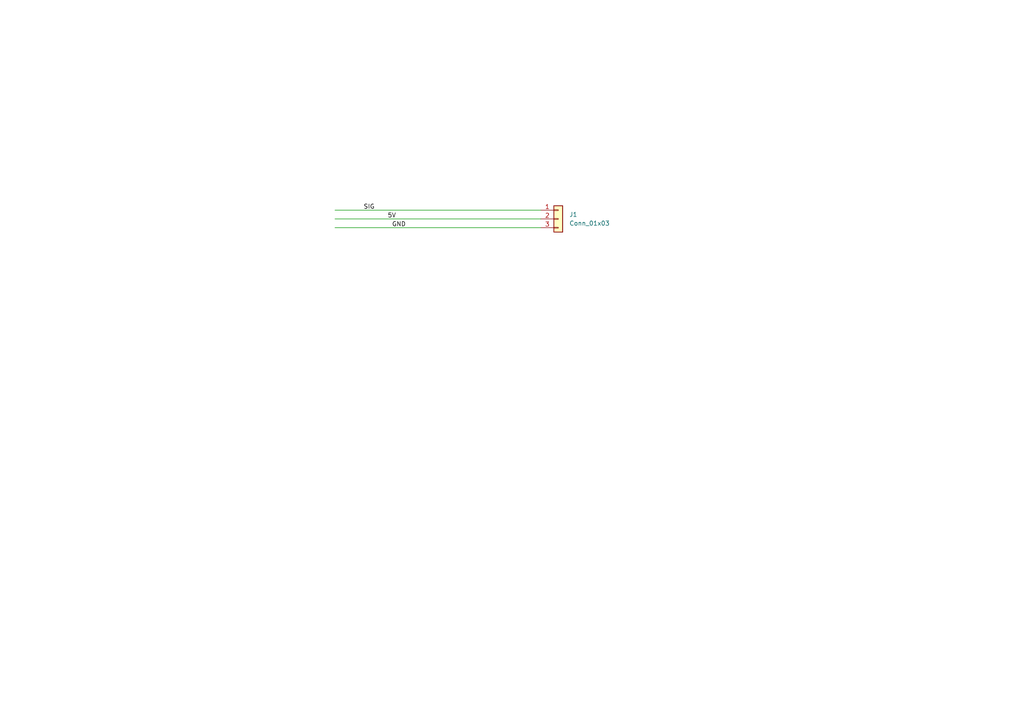
<source format=kicad_sch>
(kicad_sch (version 20211123) (generator eeschema)
  (paper "A4")
  (lib_symbols
    (symbol "Connector_Generic:Conn_01x03" (pin_names (offset 1.016) hide)
      (property "Reference" "J" (at 0 5.08 0))
      (property "Value" "Conn_01x03" (at 0 -5.08 0))
      (symbol "Conn_01x03_1_1"
        (rectangle (start -1.27 -2.413) (end 0 -2.667) (stroke (width 0.1524)))
        (rectangle (start -1.27 0.127) (end 0 -0.127) (stroke (width 0.1524)))
        (rectangle (start -1.27 2.667) (end 0 2.413) (stroke (width 0.1524)))
        (rectangle (start -1.27 3.81) (end 1.27 -3.81) (stroke (width 0.254)) (fill (type background)))
        (pin passive line (at -5.08 2.54 0) (length 3.81) (name "Pin_1") (number "1"))
        (pin passive line (at -5.08 0 0) (length 3.81) (name "Pin_2") (number "2"))
        (pin passive line (at -5.08 -2.54 0) (length 3.81) (name "Pin_3") (number "3"))
      )
    )
  )
  (wire (pts (xy 97.155 60.96) (xy 156.845 60.96)))
  (wire (pts (xy 97.155 66.04) (xy 156.845 66.04)))
  (wire (pts (xy 97.155 63.5) (xy 156.845 63.5)))
  (label "GND" (at 113.665 66.04 0))
  (label "SIG" (at 105.41 60.96 0))
  (label "5V" (at 112.395 63.5 0))
  (symbol (lib_id "Connector_Generic:Conn_01x03") (at 161.925 63.5 0) (unit 1)
    (property "Reference" "J1" (at 165.1 62.2299 0) (effects (justify left)))
    (property "Value" "Conn_01x03" (at 165.1 64.7699 0) (effects (justify left)))
    (property "Footprint" "Connector_PinHeader_2.54mm:PinHeader_1x03_P2.54mm_Horizontal" (effects hide))
  )
)
</source>
